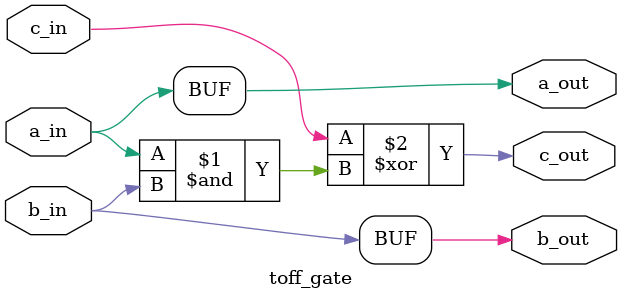
<source format=v>
module toff_gate(a_in ,b_in ,c_in ,a_out ,b_out ,c_out);

input a_in,b_in,c_in;

output a_out,b_out,c_out;

assign a_out = a_in;

assign b_out = b_in;

assign c_out = c_in ^ (a_in & b_in);


endmodule
</source>
